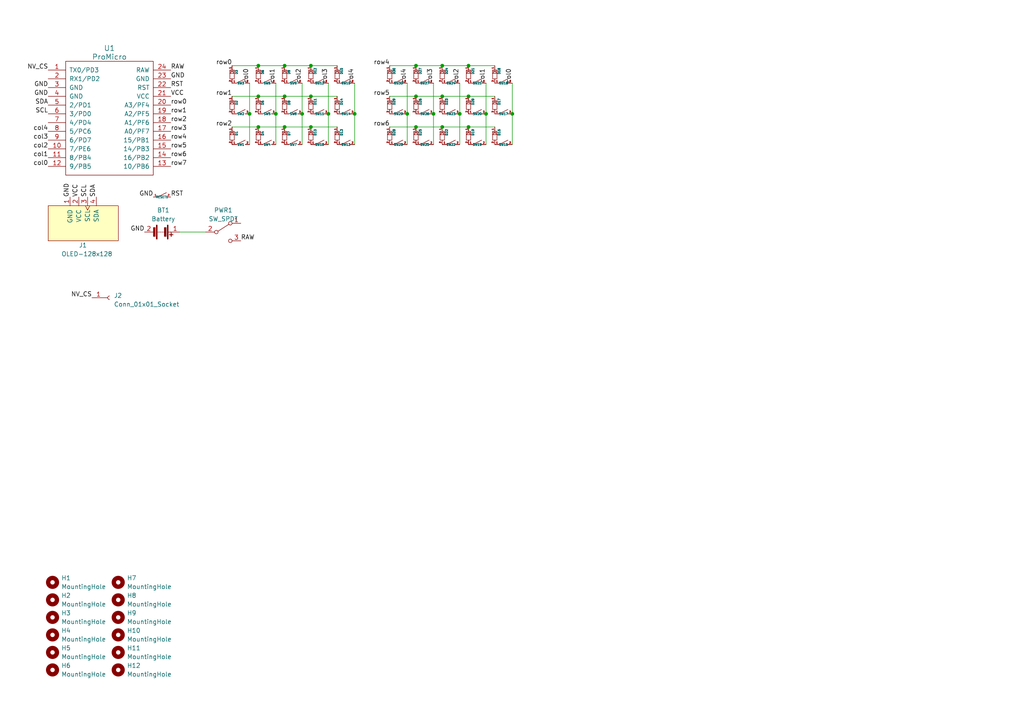
<source format=kicad_sch>
(kicad_sch (version 20230121) (generator eeschema)
  (paper "A4")
  (lib_symbols
    (symbol "Connector:Conn_01x01_Socket" (pin_names (offset 1.016) hide)
      (property "Reference" "J" (at 0 2.54 0))
      (property "Value" "Conn_01x01_Socket" (at 0 -2.54 0))
      (symbol "Conn_01x01_Socket_1_1"
        (polyline (pts (xy -1.27 0) (xy -0.508 0)) (stroke (width 0.1524)))
        (arc (start 0 0.508) (mid -0.5058 0) (end 0 -0.508) (stroke (width 0.1524)))
        (pin passive line (at -5.08 0 0) (length 3.81) (name "Pin_1") (number "1"))
      )
    )
    (symbol "Device:Battery" (pin_names (offset 0) hide)
      (property "Reference" "BT" (at 2.54 2.54 0))
      (property "Value" "Battery" (at 2.54 0 0))
      (symbol "Battery_0_1"
        (rectangle (start -2.032 -1.397) (end 2.032 -1.651) (fill (type outline)))
        (rectangle (start -2.032 1.778) (end 2.032 1.524) (fill (type outline)))
        (rectangle (start -1.3208 -1.9812) (end 1.27 -2.4892) (fill (type outline)))
        (rectangle (start -1.3208 1.1938) (end 1.27 0.6858) (fill (type outline)))
        (polyline (pts (xy 0 -1.524) (xy 0 -1.27)))
        (polyline (pts (xy 0 -1.016) (xy 0 -0.762)))
        (polyline (pts (xy 0 -0.508) (xy 0 -0.254)))
        (polyline (pts (xy 0 0) (xy 0 0.254)))
        (polyline (pts (xy 0 0.508) (xy 0 0.762)))
        (polyline (pts (xy 0 1.778) (xy 0 2.54)))
        (polyline (pts (xy 0.254 2.667) (xy 1.27 2.667)) (stroke (width 0.254)))
        (polyline (pts (xy 0.762 3.175) (xy 0.762 2.159)) (stroke (width 0.254)))
      )
      (symbol "Battery_1_1"
        (pin passive line (at 0 5.08 270) (length 2.54) (name "+") (number "1"))
        (pin passive line (at 0 -5.08 90) (length 2.54) (name "-") (number "2"))
      )
    )
    (symbol "Mechanical:MountingHole" (pin_names (offset 1.016))
      (property "Reference" "H" (at 0 5.08 0))
      (property "Value" "MountingHole" (at 0 3.175 0))
      (symbol "MountingHole_0_1"
        (circle (center 0 0) (radius 1.27) (stroke (width 1.27)))
      )
    )
    (symbol "Switch:SW_SPDT" (pin_names (offset 0) hide)
      (property "Reference" "SW" (at 0 4.318 0))
      (property "Value" "SW_SPDT" (at 0 -5.08 0))
      (symbol "SW_SPDT_0_0"
        (circle (center -2.032 0) (radius 0.508))
        (circle (center 2.032 -2.54) (radius 0.508))
      )
      (symbol "SW_SPDT_0_1"
        (polyline (pts (xy -1.524 0.254) (xy 1.651 2.286)))
        (circle (center 2.032 2.54) (radius 0.508))
      )
      (symbol "SW_SPDT_1_1"
        (pin passive line (at 5.08 2.54 180) (length 2.54) (name "A") (number "1"))
        (pin passive line (at -5.08 0 0) (length 2.54) (name "B") (number "2"))
        (pin passive line (at 5.08 -2.54 180) (length 2.54) (name "C") (number "3"))
      )
    )
    (symbol "display:OLED-128x64" (pin_names (offset 1.016))
      (property "Reference" "J" (at 0 -11.43 0))
      (property "Value" "OLED-128x64" (at 0 -7.62 0))
      (symbol "OLED-128x64_0_1"
        (rectangle (start 10.16 -10.16) (end -10.16 0) (fill (type background)))
      )
      (symbol "OLED-128x64_1_1"
        (pin power_in line (at -3.81 2.54 270) (length 2.54) (name "GND") (number "1"))
        (pin power_in line (at -1.27 2.54 270) (length 2.54) (name "VCC") (number "2"))
        (pin input clock (at 1.27 2.54 270) (length 2.54) (name "SCL") (number "3"))
        (pin bidirectional line (at 3.81 2.54 270) (length 2.54) (name "SDA") (number "4"))
      )
    )
    (symbol "hazel:D"
      (property "Reference" "D4" (at -1.27 0 0))
      (symbol "D_0_1"
        (rectangle (start -1.27 0.635) (end 1.27 -0.635))
        (polyline (pts (xy 0.96 0.64) (xy 0.96 -0.63)))
        (polyline (pts (xy 0.32 0.64) (xy 0.32 -0.63) (xy 0.955 0.005) (xy 0.32 0.64) (xy 0.32 0.64)))
      )
      (symbol "D_1_1"
        (pin input line (at 2.54 0 180) (length 1.27) (name "") (number "1"))
        (pin output line (at -2.54 0 0) (length 1.27) (name "") (number "2"))
      )
    )
    (symbol "hazel:SW"
      (property "Reference" "SW" (at 0 -1.27 0))
      (property "Value" "SW" (at 0 2.54 0))
      (symbol "SW_0_1"
        (polyline (pts (xy -1.27 0) (xy 1.27 1.27)))
      )
      (symbol "SW_1_1"
        (pin bidirectional line (at -2.54 0 0) (length 1.27) (name "") (number "1"))
        (pin bidirectional line (at 2.54 0 180) (length 1.27) (name "") (number "2"))
      )
    )
    (symbol "keebio:ProMicro" (pin_names (offset 1.016))
      (property "Reference" "U" (at 0 0 0))
      (property "Value" "ProMicro" (at 0 -19.05 0))
      (symbol "ProMicro_0_1"
        (rectangle (start -12.7 -16.51) (end 12.7 16.51))
      )
      (symbol "ProMicro_1_1"
        (pin input line (at -17.78 13.97 0) (length 5.08) (name "TX0/PD3") (number "1"))
        (pin input line (at -17.78 -8.89 0) (length 5.08) (name "7/PE6") (number "10"))
        (pin input line (at -17.78 -11.43 0) (length 5.08) (name "8/PB4") (number "11"))
        (pin input line (at -17.78 -13.97 0) (length 5.08) (name "9/PB5") (number "12"))
        (pin input line (at 17.78 -13.97 180) (length 5.08) (name "10/PB6") (number "13"))
        (pin input line (at 17.78 -11.43 180) (length 5.08) (name "16/PB2") (number "14"))
        (pin input line (at 17.78 -8.89 180) (length 5.08) (name "14/PB3") (number "15"))
        (pin input line (at 17.78 -6.35 180) (length 5.08) (name "15/PB1") (number "16"))
        (pin input line (at 17.78 -3.81 180) (length 5.08) (name "A0/PF7") (number "17"))
        (pin input line (at 17.78 -1.27 180) (length 5.08) (name "A1/PF6") (number "18"))
        (pin input line (at 17.78 1.27 180) (length 5.08) (name "A2/PF5") (number "19"))
        (pin input line (at -17.78 11.43 0) (length 5.08) (name "RX1/PD2") (number "2"))
        (pin input line (at 17.78 3.81 180) (length 5.08) (name "A3/PF4") (number "20"))
        (pin input line (at 17.78 6.35 180) (length 5.08) (name "VCC") (number "21"))
        (pin input line (at 17.78 8.89 180) (length 5.08) (name "RST") (number "22"))
        (pin input line (at 17.78 11.43 180) (length 5.08) (name "GND") (number "23"))
        (pin input line (at 17.78 13.97 180) (length 5.08) (name "RAW") (number "24"))
        (pin input line (at -17.78 8.89 0) (length 5.08) (name "GND") (number "3"))
        (pin input line (at -17.78 6.35 0) (length 5.08) (name "GND") (number "4"))
        (pin input line (at -17.78 3.81 0) (length 5.08) (name "2/PD1") (number "5"))
        (pin input line (at -17.78 1.27 0) (length 5.08) (name "3/PD0") (number "6"))
        (pin input line (at -17.78 -1.27 0) (length 5.08) (name "4/PD4") (number "7"))
        (pin input line (at -17.78 -3.81 0) (length 5.08) (name "5/PC6") (number "8"))
        (pin input line (at -17.78 -6.35 0) (length 5.08) (name "6/PD7") (number "9"))
      )
    )
  )
  (junction (at 140.97 33.02))
  (junction (at 133.35 33.02))
  (junction (at 74.93 36.83))
  (junction (at 90.17 19.05))
  (junction (at 135.89 19.05))
  (junction (at 120.65 36.83))
  (junction (at 135.89 36.83))
  (junction (at 128.27 27.94))
  (junction (at 135.89 27.94))
  (junction (at 95.25 33.02))
  (junction (at 74.93 27.94))
  (junction (at 90.17 36.83))
  (junction (at 120.65 19.05))
  (junction (at 102.87 33.02))
  (junction (at 87.63 33.02))
  (junction (at 148.59 33.02))
  (junction (at 120.65 27.94))
  (junction (at 128.27 36.83))
  (junction (at 118.11 33.02))
  (junction (at 82.55 27.94))
  (junction (at 72.39 33.02))
  (junction (at 74.93 19.05))
  (junction (at 80.01 33.02))
  (junction (at 82.55 19.05))
  (junction (at 125.73 33.02))
  (junction (at 90.17 27.94))
  (junction (at 82.55 36.83))
  (junction (at 128.27 19.05))
  (wire (pts (xy 74.93 27.94) (xy 82.55 27.94)))
  (wire (pts (xy 135.89 36.83) (xy 143.51 36.83)))
  (wire (pts (xy 95.25 24.13) (xy 95.25 33.02)))
  (wire (pts (xy 74.93 19.05) (xy 82.55 19.05)))
  (wire (pts (xy 118.11 33.02) (xy 118.11 41.91)))
  (wire (pts (xy 67.31 27.94) (xy 74.93 27.94)))
  (wire (pts (xy 82.55 27.94) (xy 90.17 27.94)))
  (wire (pts (xy 80.01 24.13) (xy 80.01 33.02)))
  (wire (pts (xy 125.73 24.13) (xy 125.73 33.02)))
  (wire (pts (xy 113.03 27.94) (xy 120.65 27.94)))
  (wire (pts (xy 128.27 19.05) (xy 135.89 19.05)))
  (wire (pts (xy 80.01 33.02) (xy 80.01 41.91)))
  (wire (pts (xy 90.17 27.94) (xy 97.79 27.94)))
  (wire (pts (xy 148.59 24.13) (xy 148.59 33.02)))
  (wire (pts (xy 120.65 27.94) (xy 128.27 27.94)))
  (wire (pts (xy 120.65 36.83) (xy 128.27 36.83)))
  (wire (pts (xy 102.87 24.13) (xy 102.87 33.02)))
  (wire (pts (xy 140.97 33.02) (xy 140.97 41.91)))
  (wire (pts (xy 148.59 33.02) (xy 148.59 41.91)))
  (wire (pts (xy 135.89 19.05) (xy 143.51 19.05)))
  (wire (pts (xy 125.73 33.02) (xy 125.73 41.91)))
  (wire (pts (xy 102.87 33.02) (xy 102.87 41.91)))
  (wire (pts (xy 90.17 19.05) (xy 97.79 19.05)))
  (wire (pts (xy 128.27 36.83) (xy 135.89 36.83)))
  (wire (pts (xy 128.27 27.94) (xy 135.89 27.94)))
  (wire (pts (xy 118.11 24.13) (xy 118.11 33.02)))
  (wire (pts (xy 95.25 33.02) (xy 95.25 41.91)))
  (wire (pts (xy 52.07 67.31) (xy 59.69 67.31)))
  (wire (pts (xy 82.55 19.05) (xy 90.17 19.05)))
  (wire (pts (xy 87.63 24.13) (xy 87.63 33.02)))
  (wire (pts (xy 133.35 24.13) (xy 133.35 33.02)))
  (wire (pts (xy 113.03 19.05) (xy 120.65 19.05)))
  (wire (pts (xy 67.31 19.05) (xy 74.93 19.05)))
  (wire (pts (xy 133.35 33.02) (xy 133.35 41.91)))
  (wire (pts (xy 72.39 33.02) (xy 72.39 41.91)))
  (wire (pts (xy 67.31 36.83) (xy 74.93 36.83)))
  (wire (pts (xy 87.63 33.02) (xy 87.63 41.91)))
  (wire (pts (xy 72.39 24.13) (xy 72.39 33.02)))
  (wire (pts (xy 82.55 36.83) (xy 90.17 36.83)))
  (wire (pts (xy 90.17 36.83) (xy 97.79 36.83)))
  (wire (pts (xy 140.97 24.13) (xy 140.97 33.02)))
  (wire (pts (xy 135.89 27.94) (xy 143.51 27.94)))
  (wire (pts (xy 120.65 19.05) (xy 128.27 19.05)))
  (wire (pts (xy 113.03 36.83) (xy 120.65 36.83)))
  (wire (pts (xy 74.93 36.83) (xy 82.55 36.83)))
  (label "VCC" (at 22.86 57.15 90))
  (label "GND" (at 41.91 67.31 180))
  (label "row6" (at 113.03 36.83 180))
  (label "GND" (at 20.32 57.15 90))
  (label "RAW" (at 49.53 20.32 0))
  (label "row0" (at 67.31 19.05 180))
  (label "row5" (at 113.03 27.94 180))
  (label "col2" (at 87.63 24.13 90))
  (label "RST" (at 49.53 25.4 0))
  (label "NV_CS" (at 13.97 20.32 180))
  (label "GND" (at 13.97 25.4 180))
  (label "row4" (at 49.53 40.64 0))
  (label "row2" (at 49.53 35.56 0))
  (label "col1" (at 80.01 24.13 90))
  (label "row2" (at 67.31 36.83 180))
  (label "RST" (at 49.53 57.15 0))
  (label "row0" (at 49.53 30.48 0))
  (label "col1" (at 13.97 45.72 180))
  (label "SDA" (at 13.97 30.48 180))
  (label "VCC" (at 49.53 27.94 0))
  (label "col2" (at 13.97 43.18 180))
  (label "row4" (at 113.03 19.05 180))
  (label "col3" (at 95.25 24.13 90))
  (label "col4" (at 13.97 38.1 180))
  (label "row6" (at 49.53 45.72 0))
  (label "GND" (at 13.97 27.94 180))
  (label "GND" (at 44.45 57.15 180))
  (label "col4" (at 118.11 24.13 90))
  (label "NV_CS" (at 26.67 86.36 180))
  (label "row5" (at 49.53 43.18 0))
  (label "col0" (at 13.97 48.26 180))
  (label "row3" (at 49.53 38.1 0))
  (label "row1" (at 67.31 27.94 180))
  (label "col2" (at 133.35 24.13 90))
  (label "SDA" (at 27.94 57.15 90))
  (label "row7" (at 49.53 48.26 0))
  (label "col4" (at 102.87 24.13 90))
  (label "row1" (at 49.53 33.02 0))
  (label "col3" (at 125.73 24.13 90))
  (label "col1" (at 140.97 24.13 90))
  (label "col0" (at 72.39 24.13 90))
  (label "RAW" (at 69.85 69.85 0))
  (label "col0" (at 148.59 24.13 90))
  (label "SCL" (at 25.4 57.15 90))
  (label "col3" (at 13.97 40.64 180))
  (label "SCL" (at 13.97 33.02 180))
  (label "GND" (at 49.53 22.86 0))
  (symbol (lib_id "hazel:D") (at 97.79 39.37 90) (unit 1)
    (property "Reference" "D13" (at 99.06 39.37 0) (effects (font (size 0.64 0.64)) (justify left)))
    (property "Value" "D" (effects hide))
    (property "Footprint" "Diode_SMD:D_SOD-123" (effects hide))
  )
  (symbol (lib_id "hazel:SW") (at 85.09 41.91 0) (unit 1)
    (property "Reference" "SW7" (at 85.09 41.91 0) (effects (font (size 0.64 0.64))))
    (property "Value" "SW" (effects hide))
    (property "Footprint" "Kailh_Choc:KailhChoc-1U" (effects hide))
  )
  (symbol (lib_id "hazel:D") (at 82.55 21.59 90) (unit 1)
    (property "Reference" "D9" (at 83.82 21.59 0) (effects (font (size 0.64 0.64)) (justify left)))
    (property "Value" "D" (effects hide))
    (property "Footprint" "Diode_SMD:D_SOD-123" (effects hide))
  )
  (symbol (lib_id "keebio:ProMicro") (at 31.75 34.29 0) (unit 1)
    (property "Reference" "U1" (at 31.75 13.97 0) (effects (font (size 1.524 1.524))))
    (property "Value" "ProMicro" (at 31.75 16.51 0) (effects (font (size 1.524 1.524))))
    (property "Footprint" "Keebio-Parts:ArduinoProMicro" (effects hide))
  )
  (symbol (lib_id "hazel:SW") (at 92.71 33.02 0) (unit 1)
    (property "Reference" "SW11" (at 92.71 33.02 0) (effects (font (size 0.64 0.64))))
    (property "Value" "SW" (effects hide))
    (property "Footprint" "Kailh_Choc:KailhChoc-1U" (effects hide))
  )
  (symbol (lib_id "hazel:SW") (at 123.19 33.02 0) (unit 1)
    (property "Reference" "SW26" (at 123.19 33.02 0) (effects (font (size 0.64 0.64))))
    (property "Value" "SW" (effects hide))
    (property "Footprint" "Kailh_Choc:KailhChoc-1U" (effects hide))
  )
  (symbol (lib_id "hazel:SW") (at 77.47 33.02 0) (unit 1)
    (property "Reference" "SW5" (at 77.47 33.02 0) (effects (font (size 0.64 0.64))))
    (property "Value" "SW" (effects hide))
    (property "Footprint" "Kailh_Choc:KailhChoc-1U" (effects hide))
  )
  (symbol (lib_id "Mechanical:MountingHole") (at 15.24 179.07 0) (unit 1)
    (property "Reference" "H3" (at 17.78 177.7999 0) (effects (justify left)))
    (property "Value" "MountingHole" (at 17.78 180.3399 0) (effects (justify left)))
    (property "Footprint" "MountingHole:MountingHole_3.2mm_M3_Pad_Via" (effects hide))
  )
  (symbol (lib_id "Mechanical:MountingHole") (at 34.29 184.15 0) (unit 1)
    (property "Reference" "H10" (at 36.83 182.8799 0) (effects (justify left)))
    (property "Value" "MountingHole" (at 36.83 185.4199 0) (effects (justify left)))
    (property "Footprint" "MountingHole:MountingHole_3.2mm_M3_Pad_Via" (effects hide))
  )
  (symbol (lib_id "hazel:SW") (at 69.85 41.91 0) (unit 1)
    (property "Reference" "SW1" (at 69.85 41.91 0) (effects (font (size 0.64 0.64))))
    (property "Value" "SW" (effects hide))
    (property "Footprint" "Kailh_Choc:KailhChoc-1U" (effects hide))
  )
  (symbol (lib_id "hazel:SW") (at 138.43 24.13 0) (unit 1)
    (property "Reference" "SW21" (at 138.43 24.13 0) (effects (font (size 0.64 0.64))))
    (property "Value" "SW" (effects hide))
    (property "Footprint" "Kailh_Choc:KailhChoc-1U" (effects hide))
  )
  (symbol (lib_id "hazel:D") (at 74.93 39.37 90) (unit 1)
    (property "Reference" "D4" (at 76.2 39.37 0) (effects (font (size 0.64 0.64)) (justify left)))
    (property "Value" "D" (effects hide))
    (property "Footprint" "Diode_SMD:D_SOD-123" (effects hide))
  )
  (symbol (lib_id "Device:Battery") (at 46.99 67.31 270) (unit 1)
    (property "Reference" "BT1" (at 47.371 60.96 90))
    (property "Value" "Battery" (at 47.371 63.5 90))
    (property "Footprint" "0-jasonhazel-footprints:3JST_BAT" (effects hide))
  )
  (symbol (lib_id "Mechanical:MountingHole") (at 34.29 194.31 0) (unit 1)
    (property "Reference" "H12" (at 36.83 193.0399 0) (effects (justify left)))
    (property "Value" "MountingHole" (at 36.83 195.5799 0) (effects (justify left)))
    (property "Footprint" "MountingHole:MountingHole_3.2mm_M3_Pad_Via" (effects hide))
  )
  (symbol (lib_id "Connector:Conn_01x01_Socket") (at 31.75 86.36 0) (unit 1)
    (property "Reference" "J2" (at 33.02 85.725 0) (effects (justify left)))
    (property "Value" "Conn_01x01_Socket" (at 33.02 88.265 0) (effects (justify left)))
    (property "Footprint" "0-jasonhazel-footprints:CS_PIN" (effects hide))
  )
  (symbol (lib_id "Mechanical:MountingHole") (at 34.29 168.91 0) (unit 1)
    (property "Reference" "H7" (at 36.83 167.6399 0) (effects (justify left)))
    (property "Value" "MountingHole" (at 36.83 170.1799 0) (effects (justify left)))
    (property "Footprint" "MountingHole:MountingHole_3.2mm_M3_Pad_Via" (effects hide))
  )
  (symbol (lib_id "hazel:D") (at 97.79 21.59 90) (unit 1)
    (property "Reference" "D15" (at 99.06 21.59 0) (effects (font (size 0.64 0.64)) (justify left)))
    (property "Value" "D" (effects hide))
    (property "Footprint" "Diode_SMD:D_SOD-123" (effects hide))
  )
  (symbol (lib_id "hazel:SW") (at 130.81 33.02 0) (unit 1)
    (property "Reference" "SW23" (at 130.81 33.02 0) (effects (font (size 0.64 0.64))))
    (property "Value" "SW" (effects hide))
    (property "Footprint" "Kailh_Choc:KailhChoc-1U" (effects hide))
  )
  (symbol (lib_id "hazel:SW") (at 92.71 24.13 0) (unit 1)
    (property "Reference" "SW12" (at 92.71 24.13 0) (effects (font (size 0.64 0.64))))
    (property "Value" "SW" (effects hide))
    (property "Footprint" "Kailh_Choc:KailhChoc-1U" (effects hide))
  )
  (symbol (lib_id "Mechanical:MountingHole") (at 15.24 194.31 0) (unit 1)
    (property "Reference" "H6" (at 17.78 193.0399 0) (effects (justify left)))
    (property "Value" "MountingHole" (at 17.78 195.5799 0) (effects (justify left)))
    (property "Footprint" "MountingHole:MountingHole_3.2mm_M3_Pad_Via" (effects hide))
  )
  (symbol (lib_id "hazel:D") (at 128.27 39.37 90) (unit 1)
    (property "Reference" "D22" (at 129.54 39.37 0) (effects (font (size 0.64 0.64)) (justify left)))
    (property "Value" "D" (effects hide))
    (property "Footprint" "Diode_SMD:D_SOD-123" (effects hide))
  )
  (symbol (lib_id "display:OLED-128x64") (at 24.13 59.69 0) (unit 1)
    (property "Reference" "J1" (at 22.86 71.12 0) (effects (justify left)))
    (property "Value" "OLED-128x128" (at 17.78 73.66 0) (effects (justify left)))
    (property "Footprint" "0-jasonhazel-footprints:OLED-128x64" (effects hide))
  )
  (symbol (lib_id "hazel:D") (at 128.27 30.48 90) (unit 1)
    (property "Reference" "D23" (at 129.54 30.48 0) (effects (font (size 0.64 0.64)) (justify left)))
    (property "Value" "D" (effects hide))
    (property "Footprint" "Diode_SMD:D_SOD-123" (effects hide))
  )
  (symbol (lib_id "hazel:SW") (at 123.19 41.91 0) (unit 1)
    (property "Reference" "SW25" (at 123.19 41.91 0) (effects (font (size 0.64 0.64))))
    (property "Value" "SW" (effects hide))
    (property "Footprint" "Kailh_Choc:KailhChoc-1U" (effects hide))
  )
  (symbol (lib_id "hazel:SW") (at 77.47 41.91 0) (unit 1)
    (property "Reference" "SW4" (at 77.47 41.91 0) (effects (font (size 0.64 0.64))))
    (property "Value" "SW" (effects hide))
    (property "Footprint" "Kailh_Choc:KailhChoc-1U" (effects hide))
  )
  (symbol (lib_id "hazel:D") (at 82.55 30.48 90) (unit 1)
    (property "Reference" "D8" (at 83.82 30.48 0) (effects (font (size 0.64 0.64)) (justify left)))
    (property "Value" "D" (effects hide))
    (property "Footprint" "Diode_SMD:D_SOD-123" (effects hide))
  )
  (symbol (lib_id "Mechanical:MountingHole") (at 15.24 168.91 0) (unit 1)
    (property "Reference" "H1" (at 17.78 167.6399 0) (effects (justify left)))
    (property "Value" "MountingHole" (at 17.78 170.1799 0) (effects (justify left)))
    (property "Footprint" "MountingHole:MountingHole_3.2mm_M3_Pad_Via" (effects hide))
  )
  (symbol (lib_id "hazel:SW") (at 138.43 41.91 0) (unit 1)
    (property "Reference" "SW19" (at 138.43 41.91 0) (effects (font (size 0.64 0.64))))
    (property "Value" "SW" (effects hide))
    (property "Footprint" "Kailh_Choc:KailhChoc-1U" (effects hide))
  )
  (symbol (lib_id "hazel:D") (at 120.65 21.59 90) (unit 1)
    (property "Reference" "D27" (at 121.92 21.59 0) (effects (font (size 0.64 0.64)) (justify left)))
    (property "Value" "D" (effects hide))
    (property "Footprint" "Diode_SMD:D_SOD-123" (effects hide))
  )
  (symbol (lib_id "hazel:SW") (at 123.19 24.13 0) (unit 1)
    (property "Reference" "SW27" (at 123.19 24.13 0) (effects (font (size 0.64 0.64))))
    (property "Value" "SW" (effects hide))
    (property "Footprint" "Kailh_Choc:KailhChoc-1U" (effects hide))
  )
  (symbol (lib_id "Mechanical:MountingHole") (at 15.24 173.99 0) (unit 1)
    (property "Reference" "H2" (at 17.78 172.7199 0) (effects (justify left)))
    (property "Value" "MountingHole" (at 17.78 175.2599 0) (effects (justify left)))
    (property "Footprint" "MountingHole:MountingHole_3.2mm_M3_Pad_Via" (effects hide))
  )
  (symbol (lib_id "hazel:D") (at 97.79 30.48 90) (unit 1)
    (property "Reference" "D14" (at 99.06 30.48 0) (effects (font (size 0.64 0.64)) (justify left)))
    (property "Value" "D" (effects hide))
    (property "Footprint" "Diode_SMD:D_SOD-123" (effects hide))
  )
  (symbol (lib_id "hazel:SW") (at 130.81 41.91 0) (unit 1)
    (property "Reference" "SW22" (at 130.81 41.91 0) (effects (font (size 0.64 0.64))))
    (property "Value" "SW" (effects hide))
    (property "Footprint" "Kailh_Choc:KailhChoc-1U" (effects hide))
  )
  (symbol (lib_id "hazel:D") (at 74.93 30.48 90) (unit 1)
    (property "Reference" "D5" (at 76.2 30.48 0) (effects (font (size 0.64 0.64)) (justify left)))
    (property "Value" "D" (effects hide))
    (property "Footprint" "Diode_SMD:D_SOD-123" (effects hide))
  )
  (symbol (lib_id "hazel:SW") (at 85.09 33.02 0) (unit 1)
    (property "Reference" "SW8" (at 85.09 33.02 0) (effects (font (size 0.64 0.64))))
    (property "Value" "SW" (effects hide))
    (property "Footprint" "Kailh_Choc:KailhChoc-1U" (effects hide))
  )
  (symbol (lib_id "hazel:SW") (at 115.57 24.13 0) (unit 1)
    (property "Reference" "SW30" (at 115.57 24.13 0) (effects (font (size 0.64 0.64))))
    (property "Value" "SW" (effects hide))
    (property "Footprint" "Kailh_Choc:KailhChoc-1U" (effects hide))
  )
  (symbol (lib_id "Mechanical:MountingHole") (at 34.29 173.99 0) (unit 1)
    (property "Reference" "H8" (at 36.83 172.7199 0) (effects (justify left)))
    (property "Value" "MountingHole" (at 36.83 175.2599 0) (effects (justify left)))
    (property "Footprint" "MountingHole:MountingHole_3.2mm_M3_Pad_Via" (effects hide))
  )
  (symbol (lib_id "hazel:SW") (at 146.05 41.91 0) (unit 1)
    (property "Reference" "SW16" (at 146.05 41.91 0) (effects (font (size 0.64 0.64))))
    (property "Value" "SW" (effects hide))
    (property "Footprint" "Kailh_Choc:KailhChoc-1U" (effects hide))
  )
  (symbol (lib_id "hazel:SW") (at 146.05 24.13 0) (unit 1)
    (property "Reference" "SW18" (at 146.05 24.13 0) (effects (font (size 0.64 0.64))))
    (property "Value" "SW" (effects hide))
    (property "Footprint" "Kailh_Choc:KailhChoc-1U" (effects hide))
  )
  (symbol (lib_id "hazel:SW") (at 100.33 24.13 0) (unit 1)
    (property "Reference" "SW15" (at 100.33 24.13 0) (effects (font (size 0.64 0.64))))
    (property "Value" "SW" (effects hide))
    (property "Footprint" "Kailh_Choc:KailhChoc-1U" (effects hide))
  )
  (symbol (lib_id "hazel:D") (at 82.55 39.37 90) (unit 1)
    (property "Reference" "D7" (at 83.82 39.37 0) (effects (font (size 0.64 0.64)) (justify left)))
    (property "Value" "D" (effects hide))
    (property "Footprint" "Diode_SMD:D_SOD-123" (effects hide))
  )
  (symbol (lib_id "hazel:D") (at 67.31 30.48 90) (unit 1)
    (property "Reference" "D2" (at 68.58 30.48 0) (effects (font (size 0.64 0.64)) (justify left)))
    (property "Value" "D" (effects hide))
    (property "Footprint" "Diode_SMD:D_SOD-123" (effects hide))
  )
  (symbol (lib_id "hazel:D") (at 135.89 21.59 90) (unit 1)
    (property "Reference" "D21" (at 137.16 21.59 0) (effects (font (size 0.64 0.64)) (justify left)))
    (property "Value" "D" (effects hide))
    (property "Footprint" "Diode_SMD:D_SOD-123" (effects hide))
  )
  (symbol (lib_id "hazel:D") (at 67.31 39.37 90) (unit 1)
    (property "Reference" "D1" (at 68.58 39.37 0) (effects (font (size 0.64 0.64)) (justify left)))
    (property "Value" "D" (effects hide))
    (property "Footprint" "Diode_SMD:D_SOD-123" (effects hide))
  )
  (symbol (lib_id "hazel:SW") (at 130.81 24.13 0) (unit 1)
    (property "Reference" "SW24" (at 130.81 24.13 0) (effects (font (size 0.64 0.64))))
    (property "Value" "SW" (effects hide))
    (property "Footprint" "Kailh_Choc:KailhChoc-1U" (effects hide))
  )
  (symbol (lib_id "hazel:SW") (at 146.05 33.02 0) (unit 1)
    (property "Reference" "SW17" (at 146.05 33.02 0) (effects (font (size 0.64 0.64))))
    (property "Value" "SW" (effects hide))
    (property "Footprint" "Kailh_Choc:KailhChoc-1U" (effects hide))
  )
  (symbol (lib_id "Mechanical:MountingHole") (at 15.24 189.23 0) (unit 1)
    (property "Reference" "H5" (at 17.78 187.9599 0) (effects (justify left)))
    (property "Value" "MountingHole" (at 17.78 190.4999 0) (effects (justify left)))
    (property "Footprint" "MountingHole:MountingHole_3.2mm_M3_Pad_Via" (effects hide))
  )
  (symbol (lib_id "hazel:D") (at 90.17 21.59 90) (unit 1)
    (property "Reference" "D12" (at 91.44 21.59 0) (effects (font (size 0.64 0.64)) (justify left)))
    (property "Value" "D" (effects hide))
    (property "Footprint" "Diode_SMD:D_SOD-123" (effects hide))
  )
  (symbol (lib_id "hazel:SW") (at 100.33 33.02 0) (unit 1)
    (property "Reference" "SW14" (at 100.33 33.02 0) (effects (font (size 0.64 0.64))))
    (property "Value" "SW" (effects hide))
    (property "Footprint" "Kailh_Choc:KailhChoc-1U" (effects hide))
  )
  (symbol (lib_id "hazel:D") (at 90.17 30.48 90) (unit 1)
    (property "Reference" "D11" (at 91.44 30.48 0) (effects (font (size 0.64 0.64)) (justify left)))
    (property "Value" "D" (effects hide))
    (property "Footprint" "Diode_SMD:D_SOD-123" (effects hide))
  )
  (symbol (lib_id "hazel:D") (at 143.51 30.48 90) (unit 1)
    (property "Reference" "D17" (at 144.78 30.48 0) (effects (font (size 0.64 0.64)) (justify left)))
    (property "Value" "D" (effects hide))
    (property "Footprint" "Diode_SMD:D_SOD-123" (effects hide))
  )
  (symbol (lib_id "hazel:D") (at 113.03 39.37 90) (unit 1)
    (property "Reference" "D28" (at 114.3 39.37 0) (effects (font (size 0.64 0.64)) (justify left)))
    (property "Value" "D" (effects hide))
    (property "Footprint" "Diode_SMD:D_SOD-123" (effects hide))
  )
  (symbol (lib_id "hazel:SW") (at 69.85 33.02 0) (unit 1)
    (property "Reference" "SW2" (at 69.85 33.02 0) (effects (font (size 0.64 0.64))))
    (property "Value" "SW" (effects hide))
    (property "Footprint" "Kailh_Choc:KailhChoc-1U" (effects hide))
  )
  (symbol (lib_id "hazel:SW") (at 92.71 41.91 0) (unit 1)
    (property "Reference" "SW10" (at 92.71 41.91 0) (effects (font (size 0.64 0.64))))
    (property "Value" "SW" (effects hide))
    (property "Footprint" "Kailh_Choc:KailhChoc-1U" (effects hide))
  )
  (symbol (lib_id "hazel:SW") (at 138.43 33.02 0) (unit 1)
    (property "Reference" "SW20" (at 138.43 33.02 0) (effects (font (size 0.64 0.64))))
    (property "Value" "SW" (effects hide))
    (property "Footprint" "Kailh_Choc:KailhChoc-1U" (effects hide))
  )
  (symbol (lib_id "hazel:D") (at 120.65 30.48 90) (unit 1)
    (property "Reference" "D26" (at 121.92 30.48 0) (effects (font (size 0.64 0.64)) (justify left)))
    (property "Value" "D" (effects hide))
    (property "Footprint" "Diode_SMD:D_SOD-123" (effects hide))
  )
  (symbol (lib_id "hazel:SW") (at 77.47 24.13 0) (unit 1)
    (property "Reference" "SW6" (at 77.47 24.13 0) (effects (font (size 0.64 0.64))))
    (property "Value" "SW" (effects hide))
    (property "Footprint" "Kailh_Choc:KailhChoc-1U" (effects hide))
  )
  (symbol (lib_id "Mechanical:MountingHole") (at 15.24 184.15 0) (unit 1)
    (property "Reference" "H4" (at 17.78 182.8799 0) (effects (justify left)))
    (property "Value" "MountingHole" (at 17.78 185.4199 0) (effects (justify left)))
    (property "Footprint" "MountingHole:MountingHole_3.2mm_M3_Pad_Via" (effects hide))
  )
  (symbol (lib_id "hazel:SW") (at 46.99 57.15 0) (unit 1)
    (property "Reference" "RESET1" (at 46.99 57.15 0) (effects (font (size 0.64 0.64))))
    (property "Value" "SW" (effects hide))
    (property "Footprint" "Button_Switch_SMD:SW_SPST_TL3342" (effects hide))
  )
  (symbol (lib_id "hazel:D") (at 67.31 21.59 90) (unit 1)
    (property "Reference" "D3" (at 68.58 21.59 0) (effects (font (size 0.64 0.64)) (justify left)))
    (property "Value" "D" (effects hide))
    (property "Footprint" "Diode_SMD:D_SOD-123" (effects hide))
  )
  (symbol (lib_id "hazel:D") (at 90.17 39.37 90) (unit 1)
    (property "Reference" "D10" (at 91.44 39.37 0) (effects (font (size 0.64 0.64)) (justify left)))
    (property "Value" "D" (effects hide))
    (property "Footprint" "Diode_SMD:D_SOD-123" (effects hide))
  )
  (symbol (lib_id "hazel:D") (at 113.03 30.48 90) (unit 1)
    (property "Reference" "D29" (at 114.3 30.48 0) (effects (font (size 0.64 0.64)) (justify left)))
    (property "Value" "D" (effects hide))
    (property "Footprint" "Diode_SMD:D_SOD-123" (effects hide))
  )
  (symbol (lib_id "hazel:SW") (at 69.85 24.13 0) (unit 1)
    (property "Reference" "SW3" (at 69.85 24.13 0) (effects (font (size 0.64 0.64))))
    (property "Value" "SW" (effects hide))
    (property "Footprint" "Kailh_Choc:KailhChoc-1U" (effects hide))
  )
  (symbol (lib_id "hazel:D") (at 113.03 21.59 90) (unit 1)
    (property "Reference" "D30" (at 114.3 21.59 0) (effects (font (size 0.64 0.64)) (justify left)))
    (property "Value" "D" (effects hide))
    (property "Footprint" "Diode_SMD:D_SOD-123" (effects hide))
  )
  (symbol (lib_id "hazel:D") (at 143.51 21.59 90) (unit 1)
    (property "Reference" "D18" (at 144.78 21.59 0) (effects (font (size 0.64 0.64)) (justify left)))
    (property "Value" "D" (effects hide))
    (property "Footprint" "Diode_SMD:D_SOD-123" (effects hide))
  )
  (symbol (lib_id "hazel:D") (at 74.93 21.59 90) (unit 1)
    (property "Reference" "D6" (at 76.2 21.59 0) (effects (font (size 0.64 0.64)) (justify left)))
    (property "Value" "D" (effects hide))
    (property "Footprint" "Diode_SMD:D_SOD-123" (effects hide))
  )
  (symbol (lib_id "hazel:D") (at 135.89 39.37 90) (unit 1)
    (property "Reference" "D19" (at 137.16 39.37 0) (effects (font (size 0.64 0.64)) (justify left)))
    (property "Value" "D" (effects hide))
    (property "Footprint" "Diode_SMD:D_SOD-123" (effects hide))
  )
  (symbol (lib_id "hazel:SW") (at 115.57 41.91 0) (unit 1)
    (property "Reference" "SW28" (at 115.57 41.91 0) (effects (font (size 0.64 0.64))))
    (property "Value" "SW" (effects hide))
    (property "Footprint" "Kailh_Choc:KailhChoc-1U" (effects hide))
  )
  (symbol (lib_id "hazel:D") (at 143.51 39.37 90) (unit 1)
    (property "Reference" "D16" (at 144.78 39.37 0) (effects (font (size 0.64 0.64)) (justify left)))
    (property "Value" "D" (effects hide))
    (property "Footprint" "Diode_SMD:D_SOD-123" (effects hide))
  )
  (symbol (lib_id "hazel:SW") (at 100.33 41.91 0) (unit 1)
    (property "Reference" "SW13" (at 100.33 41.91 0) (effects (font (size 0.64 0.64))))
    (property "Value" "SW" (effects hide))
    (property "Footprint" "Kailh_Choc:KailhChoc-1U" (effects hide))
  )
  (symbol (lib_id "hazel:D") (at 135.89 30.48 90) (unit 1)
    (property "Reference" "D20" (at 137.16 30.48 0) (effects (font (size 0.64 0.64)) (justify left)))
    (property "Value" "D" (effects hide))
    (property "Footprint" "Diode_SMD:D_SOD-123" (effects hide))
  )
  (symbol (lib_id "hazel:D") (at 120.65 39.37 90) (unit 1)
    (property "Reference" "D25" (at 121.92 39.37 0) (effects (font (size 0.64 0.64)) (justify left)))
    (property "Value" "D" (effects hide))
    (property "Footprint" "Diode_SMD:D_SOD-123" (effects hide))
  )
  (symbol (lib_id "Mechanical:MountingHole") (at 34.29 189.23 0) (unit 1)
    (property "Reference" "H11" (at 36.83 187.9599 0) (effects (justify left)))
    (property "Value" "MountingHole" (at 36.83 190.4999 0) (effects (justify left)))
    (property "Footprint" "MountingHole:MountingHole_3.2mm_M3_Pad_Via" (effects hide))
  )
  (symbol (lib_id "hazel:SW") (at 85.09 24.13 0) (unit 1)
    (property "Reference" "SW9" (at 85.09 24.13 0) (effects (font (size 0.64 0.64))))
    (property "Value" "SW" (effects hide))
    (property "Footprint" "Kailh_Choc:KailhChoc-1U" (effects hide))
  )
  (symbol (lib_id "hazel:D") (at 128.27 21.59 90) (unit 1)
    (property "Reference" "D24" (at 129.54 21.59 0) (effects (font (size 0.64 0.64)) (justify left)))
    (property "Value" "D" (effects hide))
    (property "Footprint" "Diode_SMD:D_SOD-123" (effects hide))
  )
  (symbol (lib_id "Mechanical:MountingHole") (at 34.29 179.07 0) (unit 1)
    (property "Reference" "H9" (at 36.83 177.7999 0) (effects (justify left)))
    (property "Value" "MountingHole" (at 36.83 180.3399 0) (effects (justify left)))
    (property "Footprint" "MountingHole:MountingHole_3.2mm_M3_Pad_Via" (effects hide))
  )
  (symbol (lib_id "hazel:SW") (at 115.57 33.02 0) (unit 1)
    (property "Reference" "SW29" (at 115.57 33.02 0) (effects (font (size 0.64 0.64))))
    (property "Value" "SW" (effects hide))
    (property "Footprint" "Kailh_Choc:KailhChoc-1U" (effects hide))
  )
  (symbol (lib_id "Switch:SW_SPDT") (at 64.77 67.31 0) (unit 1)
    (property "Reference" "PWR1" (at 64.77 60.96 0))
    (property "Value" "SW_SPDT" (at 64.77 63.5 0))
    (property "Footprint" "Button_Switch_SMD:SW_SPDT_PCM12" (effects hide))
  )
)
</source>
